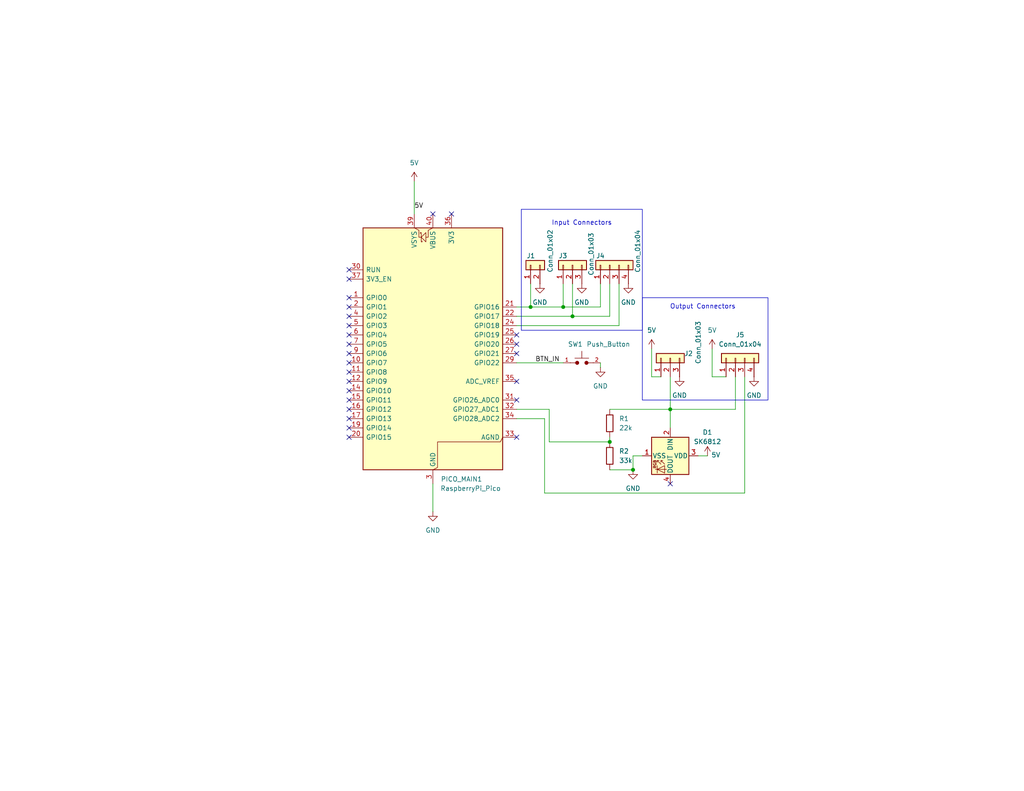
<source format=kicad_sch>
(kicad_sch (version 20250114) (generator "eeschema") (generator_version "9.0")
  (paper "A")
  (title_block (title "LED Sniffer Project") (date "2025-11-05") (rev "02") (company "Team 09"))
  (lib_symbols
    (symbol "LED:SK6812" (pin_names (offset 0.254))
      (property "Reference" "D" (at 5.08 5.715 0))
      (property "Value" "SK6812" (at 1.27 -5.715 0))
      (symbol "SK6812_0_0"
        (text "RGB" (at 2.286 -4.191 0) (effects (font (size 0.762 0.762))))
      )
      (symbol "SK6812_0_1"
        (polyline (pts (xy 1.27 -2.54) (xy 1.778 -2.54)))
        (polyline (pts (xy 1.27 -3.556) (xy 1.778 -3.556)))
        (polyline (pts (xy 2.286 -1.524) (xy 1.27 -2.54) (xy 1.27 -2.032)))
        (polyline (pts (xy 2.286 -2.54) (xy 1.27 -3.556) (xy 1.27 -3.048)))
        (polyline (pts (xy 3.683 -1.016) (xy 3.683 -3.556) (xy 3.683 -4.064)))
        (polyline (pts (xy 4.699 -1.524) (xy 2.667 -1.524) (xy 3.683 -3.556) (xy 4.699 -1.524)))
        (polyline (pts (xy 4.699 -3.556) (xy 2.667 -3.556)))
        (rectangle (start 5.08 5.08) (end -5.08 -5.08) (stroke (width 0.254)) (fill (type background)))
      )
      (symbol "SK6812_1_1"
        (pin input line (at -7.62 0 0) (length 2.54) (name "DIN") (number "2"))
        (pin power_in line (at 0 7.62 270) (length 2.54) (name "VDD") (number "3"))
        (pin power_in line (at 0 -7.62 90) (length 2.54) (name "VSS") (number "1"))
        (pin output line (at 7.62 0 180) (length 2.54) (name "DOUT") (number "4"))
      )
    )
    (symbol "MCU_Module:RaspberryPi_Pico" (pin_names (offset 0.762))
      (property "Reference" "A" (at -19.05 35.56 0))
      (property "Value" "RaspberryPi_Pico" (at 7.62 35.56 0))
      (symbol "RaspberryPi_Pico_0_1"
        (rectangle (start -19.05 34.29) (end 19.05 -31.75) (stroke (width 0.254)) (fill (type background)))
        (polyline (pts (xy -5.08 34.29) (xy -3.81 33.655) (xy -3.81 31.75) (xy -3.175 31.75)))
        (polyline (pts (xy -3.429 32.766) (xy -3.429 33.02) (xy -3.175 33.02) (xy -3.175 30.48) (xy -2.921 30.48) (xy -2.921 30.734)))
        (polyline (pts (xy -3.175 31.75) (xy -1.905 33.02) (xy -1.905 30.48) (xy -3.175 31.75)))
        (polyline (pts (xy 0 34.29) (xy -1.27 33.655) (xy -1.27 31.75) (xy -1.905 31.75)))
        (polyline (pts (xy 0 -31.75) (xy 1.27 -31.115) (xy 1.27 -24.13) (xy 18.415 -24.13) (xy 19.05 -22.86)))
      )
      (symbol "RaspberryPi_Pico_1_1"
        (pin passive line (at -22.86 22.86 0) (length 3.81) (name "RUN") (number "30"))
        (pin passive line (at -22.86 20.32 0) (length 3.81) (name "3V3_EN") (number "37"))
        (pin bidirectional line (at -22.86 15.24 0) (length 3.81) (name "GPIO0") (number "1"))
        (pin bidirectional line (at -22.86 12.7 0) (length 3.81) (name "GPIO1") (number "2"))
        (pin bidirectional line (at -22.86 10.16 0) (length 3.81) (name "GPIO2") (number "4"))
        (pin bidirectional line (at -22.86 7.62 0) (length 3.81) (name "GPIO3") (number "5"))
        (pin bidirectional line (at -22.86 5.08 0) (length 3.81) (name "GPIO4") (number "6"))
        (pin bidirectional line (at -22.86 2.54 0) (length 3.81) (name "GPIO5") (number "7"))
        (pin bidirectional line (at -22.86 0 0) (length 3.81) (name "GPIO6") (number "9"))
        (pin bidirectional line (at -22.86 -2.54 0) (length 3.81) (name "GPIO7") (number "10"))
        (pin bidirectional line (at -22.86 -5.08 0) (length 3.81) (name "GPIO8") (number "11"))
        (pin bidirectional line (at -22.86 -7.62 0) (length 3.81) (name "GPIO9") (number "12"))
        (pin bidirectional line (at -22.86 -10.16 0) (length 3.81) (name "GPIO10") (number "14"))
        (pin bidirectional line (at -22.86 -12.7 0) (length 3.81) (name "GPIO11") (number "15"))
        (pin bidirectional line (at -22.86 -15.24 0) (length 3.81) (name "GPIO12") (number "16"))
        (pin bidirectional line (at -22.86 -17.78 0) (length 3.81) (name "GPIO13") (number "17"))
        (pin bidirectional line (at -22.86 -20.32 0) (length 3.81) (name "GPIO14") (number "19"))
        (pin bidirectional line (at -22.86 -22.86 0) (length 3.81) (name "GPIO15") (number "20"))
        (pin power_in line (at -5.08 38.1 270) (length 3.81) (name "VSYS") (number "39"))
        (pin power_out line (at 0 38.1 270) (length 3.81) (name "VBUS") (number "40"))
        (pin passive line (at 0 -35.56 90) (length 3.81) (hide yes) (name "GND") (number "13"))
        (pin passive line (at 0 -35.56 90) (length 3.81) (hide yes) (name "GND") (number "18"))
        (pin passive line (at 0 -35.56 90) (length 3.81) (hide yes) (name "GND") (number "23"))
        (pin passive line (at 0 -35.56 90) (length 3.81) (hide yes) (name "GND") (number "28"))
        (pin power_out line (at 0 -35.56 90) (length 3.81) (name "GND") (number "3"))
        (pin passive line (at 0 -35.56 90) (length 3.81) (hide yes) (name "GND") (number "38"))
        (pin passive line (at 0 -35.56 90) (length 3.81) (hide yes) (name "GND") (number "8"))
        (pin power_out line (at 5.08 38.1 270) (length 3.81) (name "3V3") (number "36"))
        (pin bidirectional line (at 22.86 12.7 180) (length 3.81) (name "GPIO16") (number "21"))
        (pin bidirectional line (at 22.86 10.16 180) (length 3.81) (name "GPIO17") (number "22"))
        (pin bidirectional line (at 22.86 7.62 180) (length 3.81) (name "GPIO18") (number "24"))
        (pin bidirectional line (at 22.86 5.08 180) (length 3.81) (name "GPIO19") (number "25"))
        (pin bidirectional line (at 22.86 2.54 180) (length 3.81) (name "GPIO20") (number "26"))
        (pin bidirectional line (at 22.86 0 180) (length 3.81) (name "GPIO21") (number "27"))
        (pin bidirectional line (at 22.86 -2.54 180) (length 3.81) (name "GPIO22") (number "29"))
        (pin power_in line (at 22.86 -7.62 180) (length 3.81) (name "ADC_VREF") (number "35"))
        (pin bidirectional line (at 22.86 -12.7 180) (length 3.81) (name "GPIO26_ADC0") (number "31"))
        (pin bidirectional line (at 22.86 -15.24 180) (length 3.81) (name "GPIO27_ADC1") (number "32"))
        (pin bidirectional line (at 22.86 -17.78 180) (length 3.81) (name "GPIO28_ADC2") (number "34"))
        (pin power_out line (at 22.86 -22.86 180) (length 3.81) (name "AGND") (number "33"))
      )
    )
    (symbol "PCM_4ms_Connector:Conn_01x02" (pin_names (offset 1.016) (hide yes))
      (property "Reference" "J" (at 0 2.54 0))
      (property "Value" "Conn_01x02" (at 0 -5.08 0))
      (symbol "Conn_01x02_1_1"
        (rectangle (start -1.27 1.27) (end 1.27 -3.81) (stroke (width 0.254)) (fill (type background)))
        (rectangle (start -1.27 0.127) (end 0 -0.127) (stroke (width 0.1524)))
        (rectangle (start -1.27 -2.413) (end 0 -2.667) (stroke (width 0.1524)))
        (pin passive line (at -5.08 0 0) (length 3.81) (name "Pin_1") (number "1"))
        (pin passive line (at -5.08 -2.54 0) (length 3.81) (name "Pin_2") (number "2"))
      )
    )
    (symbol "PCM_4ms_Connector:Conn_01x03" (pin_names (offset 1.016) (hide yes))
      (property "Reference" "J" (at 0 5.08 0))
      (property "Value" "Conn_01x03" (at 0 -5.08 0))
      (symbol "Conn_01x03_1_1"
        (rectangle (start -1.27 3.81) (end 1.27 -3.81) (stroke (width 0.254)) (fill (type background)))
        (rectangle (start -1.27 2.667) (end 0 2.413) (stroke (width 0.1524)))
        (rectangle (start -1.27 0.127) (end 0 -0.127) (stroke (width 0.1524)))
        (rectangle (start -1.27 -2.413) (end 0 -2.667) (stroke (width 0.1524)))
        (pin passive line (at -5.08 2.54 0) (length 3.81) (name "Pin_1") (number "1"))
        (pin passive line (at -5.08 0 0) (length 3.81) (name "Pin_2") (number "2"))
        (pin passive line (at -5.08 -2.54 0) (length 3.81) (name "Pin_3") (number "3"))
      )
    )
    (symbol "PCM_4ms_Connector:Conn_01x04" (pin_names (offset 1.016) (hide yes))
      (property "Reference" "J" (at 0 5.08 0))
      (property "Value" "Conn_01x04" (at 0 -7.62 0))
      (symbol "Conn_01x04_1_1"
        (rectangle (start -1.27 3.81) (end 1.27 -6.35) (stroke (width 0.254)) (fill (type background)))
        (rectangle (start -1.27 2.667) (end 0 2.413) (stroke (width 0.1524)))
        (rectangle (start -1.27 0.127) (end 0 -0.127) (stroke (width 0.1524)))
        (rectangle (start -1.27 -2.413) (end 0 -2.667) (stroke (width 0.1524)))
        (rectangle (start -1.27 -4.953) (end 0 -5.207) (stroke (width 0.1524)))
        (pin passive line (at -5.08 2.54 0) (length 3.81) (name "Pin_1") (number "1"))
        (pin passive line (at -5.08 0 0) (length 3.81) (name "Pin_2") (number "2"))
        (pin passive line (at -5.08 -2.54 0) (length 3.81) (name "Pin_3") (number "3"))
        (pin passive line (at -5.08 -5.08 0) (length 3.81) (name "Pin_4") (number "4"))
      )
    )
    (symbol "PCM_SL_Devices:Push_Button"
      (property "Reference" "SW" (at 0 6.35 0))
      (property "Value" "Push_Button" (at 0 4.445 0))
      (symbol "Push_Button_0_1"
        (polyline (pts (xy -3.175 0) (xy -1.778 0)))
        (polyline (pts (xy -1.905 1.27) (xy 1.905 1.27)))
        (circle (center -1.27 0) (radius 0.4579) (fill (type outline)))
        (polyline (pts (xy 0 1.27) (xy 0 3.175)))
        (circle (center 1.27 0) (radius 0.4579) (fill (type outline)))
        (polyline (pts (xy 1.778 0) (xy 3.175 0)))
      )
      (symbol "Push_Button_1_1"
        (pin passive line (at -5.08 0 0) (length 2) (name "") (number "1"))
        (pin passive line (at 5.08 0 180) (length 2) (name "") (number "2"))
      )
    )
    (symbol "PCM_SL_Resistors:22k"
      (property "Reference" "R" (at 0 5.08 0))
      (property "Value" "22k" (at 0 2.54 0))
      (symbol "22k_0_1"
        (rectangle (start -2.286 0.889) (end 2.286 -0.889) (stroke (width 0.24)))
      )
      (symbol "22k_1_1"
        (pin passive line (at -3.81 0 0) (length 1.5) (name "") (number "1"))
        (pin passive line (at 3.81 0 180) (length 1.5) (name "~") (number "2"))
      )
    )
    (symbol "PCM_SL_Resistors:33k"
      (property "Reference" "R" (at 0 5.08 0))
      (property "Value" "33k" (at 0 2.54 0))
      (symbol "33k_0_1"
        (rectangle (start -2.286 0.889) (end 2.286 -0.889) (stroke (width 0.24)))
      )
      (symbol "33k_1_1"
        (pin passive line (at -3.81 0 0) (length 1.5) (name "") (number "1"))
        (pin passive line (at 3.81 0 180) (length 1.5) (name "~") (number "2"))
      )
    )
    (symbol "oresat-power:5V" (power) (pin_names (offset 0))
      (property "Value" "5V" (at 0 3.556 0))
      (symbol "5V_0_1"
        (polyline (pts (xy -0.762 1.27) (xy 0 2.54)))
        (polyline (pts (xy 0 2.54) (xy 0.762 1.27)))
        (polyline (pts (xy 0 0) (xy 0 2.54)))
      )
      (symbol "5V_1_1"
        (pin power_in line (at 0 0 90) (length 0) (hide yes) (name "5V") (number "1"))
      )
    )
    (symbol "power:GND" (power) (pin_numbers (hide yes)) (pin_names (offset 0) (hide yes))
      (property "Value" "GND" (at 0 -3.81 0))
      (symbol "GND_0_1"
        (polyline (pts (xy 0 0) (xy 0 -1.27) (xy 1.27 -1.27) (xy 0 -2.54) (xy -1.27 -1.27) (xy 0 -1.27)))
      )
      (symbol "GND_1_1"
        (pin power_in line (at 0 0 270) (length 0) (name "~") (number "1"))
      )
    )
  )
  (rectangle (start 175.26 81.28) (end 209.55 109.22))
  (rectangle (start 142.24 57.15) (end 175.26 90.17))
  (text "Input Connectors\n" (at 158.75 60.96 0) (effects (font (size 1.27 1.27))))
  (text "Output Connectors" (at 191.77 83.82 0) (effects (font (size 1.27 1.27))))
  (junction (at 172.72 128.27))
  (junction (at 144.78 83.82))
  (junction (at 153.67 83.82))
  (junction (at 156.21 86.36))
  (junction (at 182.88 111.76))
  (junction (at 166.37 120.65))
  (no_connect (at 95.25 116.84))
  (no_connect (at 140.97 91.44))
  (no_connect (at 95.25 119.38))
  (no_connect (at 140.97 104.14))
  (no_connect (at 95.25 96.52))
  (no_connect (at 95.25 91.44))
  (no_connect (at 95.25 106.68))
  (no_connect (at 95.25 83.82))
  (no_connect (at 95.25 93.98))
  (no_connect (at 95.25 88.9))
  (no_connect (at 140.97 96.52))
  (no_connect (at 140.97 119.38))
  (no_connect (at 140.97 109.22))
  (no_connect (at 95.25 111.76))
  (no_connect (at 182.88 132.08))
  (no_connect (at 95.25 76.2))
  (no_connect (at 140.97 93.98))
  (no_connect (at 95.25 99.06))
  (no_connect (at 95.25 101.6))
  (no_connect (at 95.25 81.28))
  (no_connect (at 118.11 58.42))
  (no_connect (at 95.25 114.3))
  (no_connect (at 95.25 73.66))
  (no_connect (at 95.25 104.14))
  (no_connect (at 123.19 58.42))
  (no_connect (at 95.25 109.22))
  (no_connect (at 95.25 86.36))
  (wire (pts (xy 113.03 49.53) (xy 113.03 58.42)))
  (wire (pts (xy 148.59 114.3) (xy 140.97 114.3)))
  (wire (pts (xy 177.8 95.25) (xy 177.8 102.87)))
  (wire (pts (xy 172.72 124.46) (xy 175.26 124.46)))
  (wire (pts (xy 200.66 102.87) (xy 200.66 111.76)))
  (wire (pts (xy 118.11 132.08) (xy 118.11 139.7)))
  (wire (pts (xy 163.83 99.06) (xy 163.83 100.33)))
  (wire (pts (xy 156.21 86.36) (xy 156.21 77.47)))
  (wire (pts (xy 140.97 83.82) (xy 144.78 83.82)))
  (wire (pts (xy 163.83 77.47) (xy 163.83 83.82)))
  (wire (pts (xy 163.83 83.82) (xy 153.67 83.82)))
  (wire (pts (xy 203.2 134.62) (xy 148.59 134.62)))
  (wire (pts (xy 194.31 102.87) (xy 194.31 95.25)))
  (wire (pts (xy 166.37 111.76) (xy 182.88 111.76)))
  (wire (pts (xy 166.37 86.36) (xy 156.21 86.36)))
  (wire (pts (xy 140.97 99.06) (xy 153.67 99.06)))
  (wire (pts (xy 148.59 134.62) (xy 148.59 114.3)))
  (wire (pts (xy 198.12 102.87) (xy 194.31 102.87)))
  (wire (pts (xy 182.88 102.87) (xy 182.88 111.76)))
  (wire (pts (xy 166.37 77.47) (xy 166.37 86.36)))
  (wire (pts (xy 140.97 88.9) (xy 168.91 88.9)))
  (wire (pts (xy 168.91 88.9) (xy 168.91 77.47)))
  (wire (pts (xy 182.88 111.76) (xy 182.88 116.84)))
  (wire (pts (xy 166.37 120.65) (xy 149.86 120.65)))
  (wire (pts (xy 149.86 111.76) (xy 140.97 111.76)))
  (wire (pts (xy 153.67 83.82) (xy 144.78 83.82)))
  (wire (pts (xy 182.88 111.76) (xy 200.66 111.76)))
  (wire (pts (xy 172.72 124.46) (xy 172.72 128.27)))
  (wire (pts (xy 149.86 120.65) (xy 149.86 111.76)))
  (wire (pts (xy 190.5 124.46) (xy 193.04 124.46)))
  (wire (pts (xy 166.37 119.38) (xy 166.37 120.65)))
  (wire (pts (xy 153.67 77.47) (xy 153.67 83.82)))
  (wire (pts (xy 144.78 77.47) (xy 144.78 83.82)))
  (wire (pts (xy 140.97 86.36) (xy 156.21 86.36)))
  (wire (pts (xy 166.37 128.27) (xy 172.72 128.27)))
  (wire (pts (xy 180.34 102.87) (xy 177.8 102.87)))
  (wire (pts (xy 203.2 102.87) (xy 203.2 134.62)))
  (label "BTN_IN" (at 146.05 99.06 0))
  (label "5V" (at 113.03 57.15 0))
  (symbol (lib_id "MCU_Module:RaspberryPi_Pico") (at 118.11 96.52 0) (unit 1)
    (property "Reference" "PICO_MAIN1" (at 120.2533 130.81 0) (effects (justify left)))
    (property "Value" "RaspberryPi_Pico" (at 120.142 133.35 0) (effects (justify left)))
    (property "Footprint" "Module:RaspberryPi_Pico_Common_Unspecified" (effects (hide yes)))
    (property "Datasheet" "https://datasheets.raspberrypi.com/pico/pico-datasheet.pdf" (effects (hide yes)))
    (property "Description" "Versatile and inexpensive microcontroller module powered by RP2040 dual-core Arm Cortex-M0+ processor up to 133 MHz, 264kB SRAM, 2MB QSPI flash; also supports Raspberry Pi Pico 2" (effects (hide yes)))
  )
  (symbol (lib_id "PCM_SL_Devices:Push_Button") (at 158.75 99.06 0) (unit 1)
    (property "Reference" "SW1" (at 154.94 93.98 0) (effects (justify left)))
    (property "Value" "Push_Button" (at 160.02 93.98 0) (effects (justify left)))
    (property "Footprint" "Button_Switch_THT:SW_PUSH_6mm" (effects (hide yes)))
    (property "Description" "Common 6mmx6mm Push Button" (effects (hide yes)))
  )
  (symbol (lib_id "power:GND") (at 205.74 102.87 0) (unit 1)
    (property "Reference" "#PWR06" (effects (hide yes)))
    (property "Value" "GND" (at 205.74 107.95 0))
    (property "Description" "Power symbol creates a global label with name \"GND\" , ground" (effects (hide yes)))
  )
  (symbol (lib_id "power:GND") (at 163.83 100.33 0) (unit 1)
    (property "Reference" "#PWR04" (effects (hide yes)))
    (property "Value" "GND" (at 163.83 105.41 0))
    (property "Description" "Power symbol creates a global label with name \"GND\" , ground" (effects (hide yes)))
  )
  (symbol (lib_id "power:GND") (at 147.32 77.47 0) (unit 1)
    (property "Reference" "#PWR03" (effects (hide yes)))
    (property "Value" "GND" (at 147.32 82.55 0))
    (property "Description" "Power symbol creates a global label with name \"GND\" , ground" (effects (hide yes)))
  )
  (symbol (lib_id "power:GND") (at 172.72 128.27 0) (unit 1)
    (property "Reference" "#PWR05" (effects (hide yes)))
    (property "Value" "GND" (at 172.72 133.35 0))
    (property "Description" "Power symbol creates a global label with name \"GND\" , ground" (effects (hide yes)))
  )
  (symbol (lib_id "PCM_4ms_Connector:Conn_01x03") (at 182.88 97.79 90) (unit 1)
    (property "Reference" "J2" (at 186.69 96.52 90) (effects (justify right)))
    (property "Value" "Conn_01x03" (at 190.5 87.63 0) (effects (justify right)))
    (property "Footprint" "Connector_PinHeader_2.54mm:PinHeader_1x03_P2.54mm_Vertical" (effects (hide yes)))
    (property "Description" "HEADER 1x3 MALE PINS 0.100” 180deg" (effects (hide yes)))
    (property "Specifications" "HEADER 1x3 MALE PINS 0.100” 180deg" (effects (hide yes)))
    (property "Manufacturer" "TAD" (effects (hide yes)))
    (property "Part Number" "1-0301FBV0T" (effects (hide yes)))
  )
  (symbol (lib_id "PCM_4ms_Connector:Conn_01x04") (at 166.37 72.39 90) (unit 1)
    (property "Reference" "J4" (at 163.83 69.85 90))
    (property "Value" "Conn_01x04" (at 173.99 68.58 0))
    (property "Footprint" "Connector_PinHeader_2.54mm:PinHeader_1x04_P2.54mm_Vertical" (effects (hide yes)))
    (property "Description" "HEADER 1x4 MALE PINS 0.100” 180deg" (effects (hide yes)))
    (property "Specifications" "HEADER 1x4 MALE PINS 0.100” 180deg" (effects (hide yes)))
    (property "Manufacturer" "TAD" (effects (hide yes)))
    (property "Part Number" "1-0401FBV0T" (effects (hide yes)))
  )
  (symbol (lib_id "power:GND") (at 158.75 77.47 0) (unit 1)
    (property "Reference" "#PWR07" (effects (hide yes)))
    (property "Value" "GND" (at 158.75 82.55 0))
    (property "Description" "Power symbol creates a global label with name \"GND\" , ground" (effects (hide yes)))
  )
  (symbol (lib_id "PCM_4ms_Connector:Conn_01x02") (at 144.78 72.39 90) (unit 1)
    (property "Reference" "J1" (at 146.05 69.85 90) (effects (justify left)))
    (property "Value" "Conn_01x02" (at 150.114 74.422 0) (effects (justify left)))
    (property "Footprint" "Connector_PinHeader_2.54mm:PinHeader_1x02_P2.54mm_Vertical" (effects (hide yes)))
    (property "Description" "HEADER 1x2 MALE PINS 0.100” 180deg" (effects (hide yes)))
    (property "Specifications" "Pins_01x02, Header, Male Pins, 1*2, spacing 2.54mm, straight pin" (effects (hide yes)))
    (property "Manufacturer" "TAD" (effects (hide yes)))
    (property "Part Number" "1-0201FBV0T" (effects (hide yes)))
  )
  (symbol (lib_id "power:GND") (at 185.42 102.87 0) (unit 1)
    (property "Reference" "#PWR02" (effects (hide yes)))
    (property "Value" "GND" (at 185.42 107.95 0))
    (property "Description" "Power symbol creates a global label with name \"GND\" , ground" (effects (hide yes)))
  )
  (symbol (lib_id "oresat-power:5V") (at 193.04 124.46 0) (unit 1)
    (property "Reference" "#5V03" (effects (hide yes)))
    (property "Value" "5V" (at 195.326 124.206 0))
    (property "Description" "Power symbol creates a global label with name \"+5V\"" (effects (hide yes)))
  )
  (symbol (lib_id "PCM_SL_Resistors:22k") (at 166.37 115.57 90) (unit 1)
    (property "Reference" "R1" (at 168.91 114.2999 90) (effects (justify right)))
    (property "Value" "22k" (at 168.91 116.8399 90) (effects (justify right)))
    (property "Footprint" "Resistor_THT:R_Axial_DIN0207_L6.3mm_D2.5mm_P10.16mm_Horizontal" (effects (hide yes)))
    (property "Description" "22kΩ, 1/4W Resistor" (effects (hide yes)))
  )
  (symbol (lib_id "oresat-power:5V") (at 113.03 49.53 0) (unit 1)
    (property "Reference" "#5V02" (effects (hide yes)))
    (property "Value" "5V" (at 113.03 44.45 0))
    (property "Description" "Power symbol creates a global label with name \"+5V\"" (effects (hide yes)))
  )
  (symbol (lib_id "oresat-power:5V") (at 177.8 95.25 0) (unit 1)
    (property "Reference" "#5V01" (effects (hide yes)))
    (property "Value" "5V" (at 177.8 90.17 0))
    (property "Description" "Power symbol creates a global label with name \"+5V\"" (effects (hide yes)))
  )
  (symbol (lib_id "oresat-power:5V") (at 194.31 95.25 0) (unit 1)
    (property "Reference" "#5V04" (effects (hide yes)))
    (property "Value" "5V" (at 194.31 90.17 0))
    (property "Description" "Power symbol creates a global label with name \"+5V\"" (effects (hide yes)))
  )
  (symbol (lib_id "PCM_SL_Resistors:33k") (at 166.37 124.46 90) (unit 1)
    (property "Reference" "R2" (at 168.91 123.1899 90) (effects (justify right)))
    (property "Value" "33k" (at 168.91 125.7299 90) (effects (justify right)))
    (property "Footprint" "Resistor_THT:R_Axial_DIN0207_L6.3mm_D2.5mm_P10.16mm_Horizontal" (effects (hide yes)))
    (property "Description" "33kΩ, 1/4W Resistor" (effects (hide yes)))
  )
  (symbol (lib_id "LED:SK6812") (at 182.88 124.46 270) (unit 1)
    (property "Reference" "D1" (at 193.04 118.0398 90))
    (property "Value" "SK6812" (at 193.04 120.5798 90))
    (property "Footprint" "LED_SMD:LED_SK6812_PLCC4_5.0x5.0mm_P3.2mm" (effects (hide yes)))
    (property "Datasheet" "https://cdn-shop.adafruit.com/product-files/1138/SK6812+LED+datasheet+.pdf" (effects (hide yes)))
    (property "Description" "RGB LED with integrated controller" (effects (hide yes)))
  )
  (symbol (lib_id "power:GND") (at 118.11 139.7 0) (unit 1)
    (property "Reference" "#PWR01" (effects (hide yes)))
    (property "Value" "GND" (at 118.11 144.78 0))
    (property "Description" "Power symbol creates a global label with name \"GND\" , ground" (effects (hide yes)))
  )
  (symbol (lib_id "PCM_4ms_Connector:Conn_01x03") (at 156.21 72.39 90) (unit 1)
    (property "Reference" "J3" (at 152.4 69.85 90) (effects (justify right)))
    (property "Value" "Conn_01x03" (at 161.29 63.5 0) (effects (justify right)))
    (property "Footprint" "Connector_PinHeader_2.54mm:PinHeader_1x03_P2.54mm_Vertical" (effects (hide yes)))
    (property "Description" "HEADER 1x3 MALE PINS 0.100” 180deg" (effects (hide yes)))
    (property "Specifications" "HEADER 1x3 MALE PINS 0.100” 180deg" (effects (hide yes)))
    (property "Manufacturer" "TAD" (effects (hide yes)))
    (property "Part Number" "1-0301FBV0T" (effects (hide yes)))
  )
  (symbol (lib_id "power:GND") (at 171.45 77.47 0) (unit 1)
    (property "Reference" "#PWR08" (effects (hide yes)))
    (property "Value" "GND" (at 171.45 82.55 0))
    (property "Description" "Power symbol creates a global label with name \"GND\" , ground" (effects (hide yes)))
  )
  (symbol (lib_id "PCM_4ms_Connector:Conn_01x04") (at 200.66 97.79 90) (unit 1)
    (property "Reference" "J5" (at 201.93 91.44 90))
    (property "Value" "Conn_01x04" (at 201.93 93.98 90))
    (property "Footprint" "Connector_PinHeader_2.54mm:PinHeader_1x04_P2.54mm_Vertical" (effects (hide yes)))
    (property "Description" "HEADER 1x4 MALE PINS 0.100” 180deg" (effects (hide yes)))
    (property "Specifications" "HEADER 1x4 MALE PINS 0.100” 180deg" (effects (hide yes)))
    (property "Manufacturer" "TAD" (effects (hide yes)))
    (property "Part Number" "1-0401FBV0T" (effects (hide yes)))
  )
)
</source>
